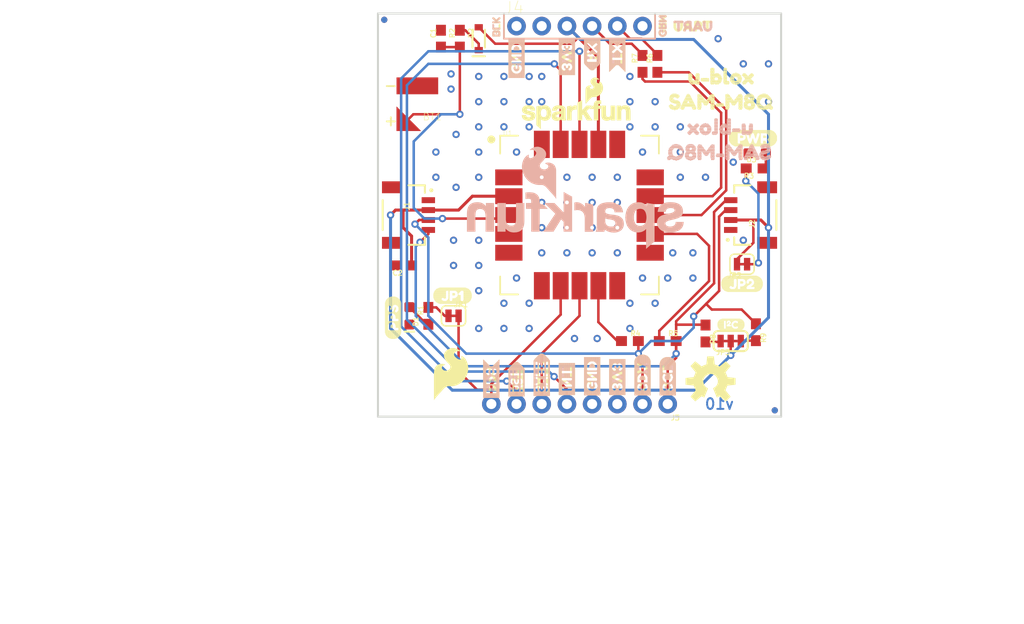
<source format=kicad_pcb>
(kicad_pcb (version 20211014) (generator pcbnew)
  (layers (0 "F.Cu" signal) (31 "B.Cu" signal) (34 "B.Paste" user) (35 "F.Paste" user) (36 "B.SilkS" user "B.Silkscreen") (37 "F.SilkS" user "F.Silkscreen") (38 "B.Mask" user) (39 "F.Mask" user) (44 "Edge.Cuts" user))
  (net 0 "")
  (net 1 "3.3V")
  (net 2 "GND")
  (net 3 "SCL")
  (net 4 "SDA")
  (net 5 "~{RESET}")
  (net 6 "TXLV")
  (net 7 "RXLV")
  (net 8 "BACKUP")
  (net 9 "INT")
  (net 10 "PPS")
  (net 11 "N$5")
  (net 12 "N$8")
  (net 13 "N$2")
  (net 14 "N$4")
  (net 15 "N$6")
  (net 16 "SDA_LV")
  (net 17 "SCL_LV")
  (net 18 "~{SAFE}")
  (net 19 "RXI")
  (net 20 "TXO")
  (net 21 "N$1")
  (net 22 "N$3")
  (footprint "SparkFun_Ublox SAM-M8Q:JST04_1MM_RA" (layer "F.Cu") (at 163.7411 105.0036 90)
    (fp_text reference "J2" (at -1.397 2.159 90) (layer "F.SilkS") (effects (font (size 0.512064 0.512064) (thickness 0.097536)) (justify left)))
    (fp_text value "Qwiic Right Angle" hide)
    (pad "1" smd rect (at -1.5 0 90) (size 0.6 1.35) (layers "F.Cu" "F.Paste" "F.Mask") (net 2 "GND"))
    (pad "2" smd rect (at -0.5 0 90) (size 0.6 1.35) (layers "F.Cu" "F.Paste" "F.Mask") (net 1 "3.3V"))
    (pad "3" smd rect (at 0.5 0 90) (size 0.6 1.35) (layers "F.Cu" "F.Paste" "F.Mask") (net 4 "SDA"))
    (pad "4" smd rect (at 1.5 0 90) (size 0.6 1.35) (layers "F.Cu" "F.Paste" "F.Mask") (net 3 "SCL"))
    (pad "NC1" smd rect (at 2.8 3.675 90) (size 1.2 2) (layers "F.Cu" "F.Paste" "F.Mask"))
    (pad "NC2" smd rect (at -2.8 3.675 90) (size 1.2 2) (layers "F.Cu" "F.Paste" "F.Mask"))
  )
  (footprint "SparkFun_Ublox SAM-M8Q:#RST3" (layer "F.Cu") (at 142.1511 123.9266 90)
    (fp_text reference "U$35" hide)
    (fp_text value "" hide)
  )
  (footprint "SparkFun_Ublox SAM-M8Q:GND-04" (layer "F.Cu") (at 149.7711 123.6726 90)
    (fp_text reference "U$8" hide)
    (fp_text value "" hide)
  )
  (footprint "SparkFun_Ublox SAM-M8Q:U#BLOX3" (layer "F.Cu") (at 158.0261 91.0336)
    (fp_text reference "U$26" hide)
    (fp_text value "" hide)
  )
  (footprint "SparkFun_Ublox SAM-M8Q:I_SUPER2_C-()-03" (layer "F.Cu") (at 162.3441 116.0526)
    (fp_text reference "U$10" hide)
    (fp_text value "" hide)
  )
  (footprint "SparkFun_Ublox SAM-M8Q:0603" (layer "F.Cu") (at 156.3497 89.7636 90)
    (fp_text reference "R6" (at 0 -0.762 90) (layer "F.SilkS") (effects (font (size 0.512064 0.512064) (thickness 0.097536)) (justify left)))
    (fp_text value "470")
    (pad "1" smd rect (at -0.85 0 90) (size 1.1 1) (layers "F.Cu" "F.Paste" "F.Mask") (net 6 "TXLV"))
    (pad "2" smd rect (at 0.85 0 90) (size 1.1 1) (layers "F.Cu" "F.Paste" "F.Mask") (net 20 "TXO"))
  )
  (footprint "SparkFun_Ublox SAM-M8Q:GRN2" (layer "F.Cu") (at 156.8831 87.7316 90)
    (fp_text reference "U$14" hide)
    (fp_text value "" hide)
  )
  (footprint "SparkFun_Ublox SAM-M8Q:LED-0603" (layer "F.Cu") (at 166.4081 98.7806 180)
    (fp_text reference "D3" (at 0 -0.635) (layer "F.SilkS") (effects (font (size 0.512064 0.512064) (thickness 0.097536)) (justify right)))
    (fp_text value "RED")
    (pad "A" smd roundrect (at -0.877 0 90) (size 1 1) (layers "F.Cu" "F.Paste" "F.Mask") (roundrect_rratio 0.15) (net 22 "N$3"))
    (pad "C" smd roundrect (at 0.877 0 90) (size 1 1) (layers "F.Cu" "F.Paste" "F.Mask") (roundrect_rratio 0.15) (net 2 "GND"))
  )
  (footprint "SparkFun_Ublox SAM-M8Q:JP10" (layer "F.Cu") (at 133.6421 113.1316)
    (fp_text reference "U$18" hide)
    (fp_text value "" hide)
  )
  (footprint "SparkFun_Ublox SAM-M8Q:JST04_1MM_RA" (layer "F.Cu") (at 133.2611 105.0036 -90)
    (fp_text reference "J1" (at -1.397 2.159 90) (layer "F.SilkS") (effects (font (size 0.512064 0.512064) (thickness 0.097536)) (justify right)))
    (fp_text value "Qwiic Right Angle" hide)
    (pad "1" smd rect (at -1.5 0 270) (size 0.6 1.35) (layers "F.Cu" "F.Paste" "F.Mask") (net 2 "GND"))
    (pad "2" smd rect (at -0.5 0 270) (size 0.6 1.35) (layers "F.Cu" "F.Paste" "F.Mask") (net 1 "3.3V"))
    (pad "3" smd rect (at 0.5 0 270) (size 0.6 1.35) (layers "F.Cu" "F.Paste" "F.Mask") (net 4 "SDA"))
    (pad "4" smd rect (at 1.5 0 270) (size 0.6 1.35) (layers "F.Cu" "F.Paste" "F.Mask") (net 3 "SCL"))
    (pad "NC1" smd rect (at 2.8 3.675 270) (size 1.2 2) (layers "F.Cu" "F.Paste" "F.Mask"))
    (pad "NC2" smd rect (at -2.8 3.675 270) (size 1.2 2) (layers "F.Cu" "F.Paste" "F.Mask"))
  )
  (footprint "SparkFun_Ublox SAM-M8Q:STAND-OFF" (layer "F.Cu") (at 130.7211 87.2236)
    (fp_text reference "H3" hide)
    (fp_text value "STAND-OFF" hide)
    (pad "" np_thru_hole circle (at 0 0) (size 3.302 3.302) (drill 3.302) (layers *.Cu *.Mask))
  )
  (footprint "SparkFun_Ublox SAM-M8Q:#SAFE1" (layer "F.Cu") (at 144.6911 123.9266 90)
    (fp_text reference "U$39" hide)
    (fp_text value "" hide)
  )
  (footprint "SparkFun_Ublox SAM-M8Q:SAM#M8Q4" (layer "F.Cu") (at 156.1211 93.5736)
    (fp_text reference "U$21" hide)
    (fp_text value "" hide)
  )
  (footprint "SparkFun_Ublox SAM-M8Q:0603" (layer "F.Cu") (at 133.2611 115.1636 90)
    (fp_text reference "R1" (at 0 -0.762 90) (layer "F.SilkS") (effects (font (size 0.512064 0.512064) (thickness 0.097536)) (justify left)))
    (fp_text value "1k")
    (pad "1" smd rect (at -0.85 0 90) (size 1.1 1) (layers "F.Cu" "F.Paste" "F.Mask") (net 13 "N$2"))
    (pad "2" smd rect (at 0.85 0 90) (size 1.1 1) (layers "F.Cu" "F.Paste" "F.Mask") (net 14 "N$4"))
  )
  (footprint "SparkFun_Ublox SAM-M8Q:STAND-OFF" (layer "F.Cu") (at 130.7211 122.7836)
    (fp_text reference "H1" hide)
    (fp_text value "STAND-OFF" hide)
    (pad "" np_thru_hole circle (at 0 0) (size 3.302 3.302) (drill 3.302) (layers *.Cu *.Mask))
  )
  (footprint "SparkFun_Ublox SAM-M8Q:3V3-04" (layer "F.Cu") (at 147.2311 91.4146 90)
    (fp_text reference "U$27" hide)
    (fp_text value "" hide)
  )
  (footprint "SparkFun_Ublox SAM-M8Q:0603" (layer "F.Cu") (at 166.2811 116.8146 -90)
    (fp_text reference "R9" (at 0 -0.762 90) (layer "F.SilkS") (effects (font (size 0.512064 0.512064) (thickness 0.097536)) (justify right)))
    (fp_text value "2.2k")
    (pad "1" smd rect (at -0.85 0 270) (size 1.1 1) (layers "F.Cu" "F.Paste" "F.Mask") (net 4 "SDA"))
    (pad "2" smd rect (at 0.85 0 270) (size 1.1 1) (layers "F.Cu" "F.Paste" "F.Mask") (net 11 "N$5"))
  )
  (footprint "SparkFun_Ublox SAM-M8Q:ML414H_IV01E" (layer "F.Cu") (at 132.7531 93.8276 180)
    (fp_text reference "BT1" (at -1.905003 -1.270004) (layer "F.SilkS") (effects (font (size 0.709422 0.709422) (thickness 0.052578)) (justify right)))
    (fp_text value "6.8MM_COIN_CELL" hide)
    (fp_poly (pts (xy 2.705 -0.219645) (xy 0.219645 -2.705) (xy 2.705 -2.705)) (layer "F.Cu") (width 0) (fill solid))
    (pad "+" smd rect (at 2.022 -2.032 180) (size 1 1) (layers "F.Cu") (net 8 "BACKUP"))
    (pad "-" smd rect (at 0.6 1.85 180) (size 4.2 1.7) (layers "F.Cu") (net 2 "GND"))
  )
  (footprint "SparkFun_Ublox SAM-M8Q:FIDUCIAL-MICRO" (layer "F.Cu") (at 168.1861 124.6886)
    (fp_text reference "FD1" hide)
    (fp_text value "FIDUCIALUFIDUCIAL" hide)
    (pad "1" smd roundrect (at 0 0) (size 0.635 0.635) (layers "F.Cu" "F.Mask") (roundrect_rratio 0.5))
  )
  (footprint "SparkFun_Ublox SAM-M8Q:FIDUCIAL-MICRO" (layer "F.Cu") (at 128.8161 85.3186)
    (fp_text reference "FD3" hide)
    (fp_text value "FIDUCIALUFIDUCIAL" hide)
    (pad "1" smd roundrect (at 0 0) (size 0.635 0.635) (layers "F.Cu" "F.Mask") (roundrect_rratio 0.5))
  )
  (footprint "SparkFun_Ublox SAM-M8Q:1X08_NO_SILK" (layer "F.Cu") (at 157.3911 124.0536 180)
    (fp_text reference "J3" (at -1.27 -1.397) (layer "F.SilkS") (effects (font (size 0.512064 0.512064) (thickness 0.097536)) (justify right)))
    (fp_text value "")
    (pad "1" thru_hole circle (at 0 0 270) (size 1.8796 1.8796) (drill 1.016) (layers *.Cu *.Mask) (net 3 "SCL"))
    (pad "2" thru_hole circle (at 2.54 0 270) (size 1.8796 1.8796) (drill 1.016) (layers *.Cu *.Mask) (net 4 "SDA"))
    (pad "3" thru_hole circle (at 5.08 0 270) (size 1.8796 1.8796) (drill 1.016) (layers *.Cu *.Mask) (net 1 "3.3V"))
    (pad "4" thru_hole circle (at 7.62 0 270) (size 1.8796 1.8796) (drill 1.016) (layers *.Cu *.Mask) (net 2 "GND"))
    (pad "5" thru_hole circle (at 10.16 0 270) (size 1.8796 1.8796) (drill 1.016) (layers *.Cu *.Mask) (net 9 "INT"))
    (pad "6" thru_hole circle (at 12.7 0 270) (size 1.8796 1.8796) (drill 1.016) (layers *.Cu *.Mask) (net 18 "~{SAFE}"))
    (pad "7" thru_hole circle (at 15.24 0 270) (size 1.8796 1.8796) (drill 1.016) (layers *.Cu *.Mask) (net 5 "~{RESET}"))
    (pad "8" thru_hole circle (at 17.78 0 270) (size 1.8796 1.8796) (drill 1.016) (layers *.Cu *.Mask) (net 10 "PPS"))
  )
  (footprint "SparkFun_Ublox SAM-M8Q:STAND-OFF" (layer "F.Cu") (at 166.2811 87.2236)
    (fp_text reference "H4" hide)
    (fp_text value "STAND-OFF" hide)
    (pad "" np_thru_hole circle (at 0 0) (size 3.302 3.302) (drill 3.302) (layers *.Cu *.Mask))
  )
  (footprint "SparkFun_Ublox SAM-M8Q:1X06_NO_SILK" (layer "F.Cu") (at 142.1511 85.9536)
    (fp_text reference "J4" (at -1.3462 -1.8288) (layer "F.SilkS") (effects (font (size 1.221232 1.221232) (thickness 0.048768)) (justify left)))
    (fp_text value "BOOT")
    (pad "1" thru_hole circle (at 0 0 90) (size 1.8796 1.8796) (drill 1.016) (layers *.Cu *.Mask) (net 2 "GND"))
    (pad "2" thru_hole circle (at 2.54 0 90) (size 1.8796 1.8796) (drill 1.016) (layers *.Cu *.Mask) (net 2 "GND"))
    (pad "3" thru_hole circle (at 5.08 0 90) (size 1.8796 1.8796) (drill 1.016) (layers *.Cu *.Mask) (net 1 "3.3V"))
    (pad "4" thru_hole circle (at 7.62 0 90) (size 1.8796 1.8796) (drill 1.016) (layers *.Cu *.Mask) (net 19 "RXI"))
    (pad "5" thru_hole circle (at 10.16 0 90) (size 1.8796 1.8796) (drill 1.016) (layers *.Cu *.Mask) (net 20 "TXO"))
    (pad "6" thru_hole circle (at 12.7 0 90) (size 1.8796 1.8796) (drill 1.016) (layers *.Cu *.Mask))
  )
  (footprint "SparkFun_Ublox SAM-M8Q:JP20" (layer "F.Cu") (at 162.6997 111.9378)
    (fp_text reference "U$31" hide)
    (fp_text value "" hide)
  )
  (footprint "SparkFun_Ublox SAM-M8Q:INT8" (layer "F.Cu") (at 147.2311 123.6726 90)
    (fp_text reference "U$15" hide)
    (fp_text value "" hide)
  )
  (footprint "SparkFun_Ublox SAM-M8Q:CREATIVE_COMMONS" (layer "F.Cu") (at 110.4011 143.1036)
    (fp_text reference "FRAME1" hide)
    (fp_text value "FRAME-LETTER" hide)
  )
  (footprint "SparkFun_Ublox SAM-M8Q:SDA-[)" (layer "F.Cu") (at 154.8511 123.6726 90)
    (fp_text reference "U$1" hide)
    (fp_text value "" hide)
  )
  (footprint "SparkFun_Ublox SAM-M8Q:STAND-OFF" (layer "F.Cu") (at 166.2811 122.7836)
    (fp_text reference "H2" hide)
    (fp_text value "STAND-OFF" hide)
    (pad "" np_thru_hole circle (at 0 0) (size 3.302 3.302) (drill 3.302) (layers *.Cu *.Mask))
  )
  (footprint "SparkFun_Ublox SAM-M8Q:TX7" (layer "F.Cu") (at 152.3111 90.6526 90)
    (fp_text reference "U$23" hide)
    (fp_text value "" hide)
  )
  (footprint "SparkFun_Ublox SAM-M8Q:0603" (layer "F.Cu") (at 166.1541 100.3046 180)
    (fp_text reference "R3" (at 0 -0.762) (layer "F.SilkS") (effects (font (size 0.512064 0.512064) (thickness 0.097536)) (justify right)))
    (fp_text value "1k")
    (pad "1" smd rect (at -0.85 0 180) (size 1.1 1) (layers "F.Cu" "F.Paste" "F.Mask") (net 22 "N$3"))
    (pad "2" smd rect (at 0.85 0 180) (size 1.1 1) (layers "F.Cu" "F.Paste" "F.Mask") (net 21 "N$1"))
  )
  (footprint "SparkFun_Ublox SAM-M8Q:0603" (layer "F.Cu") (at 161.2011 116.9416 -90)
    (fp_text reference "R8" (at 0 -0.762 90) (layer "F.SilkS") (effects (font (size 0.512064 0.512064) (thickness 0.097536)) (justify right)))
    (fp_text value "2.2k")
    (pad "1" smd rect (at -0.85 0 270) (size 1.1 1) (layers "F.Cu" "F.Paste" "F.Mask") (net 3 "SCL"))
    (pad "2" smd rect (at 0.85 0 270) (size 1.1 1) (layers "F.Cu" "F.Paste" "F.Mask") (net 12 "N$8"))
  )
  (footprint "SparkFun_Ublox SAM-M8Q:0603" (layer "F.Cu") (at 154.8511 89.7636 90)
    (fp_text reference "R7" (at 0 -0.762 90) (layer "F.SilkS") (effects (font (size 0.512064 0.512064) (thickness 0.097536)) (justify left)))
    (fp_text value "470")
    (pad "1" smd rect (at -0.85 0 90) (size 1.1 1) (layers "F.Cu" "F.Paste" "F.Mask") (net 7 "RXLV"))
    (pad "2" smd rect (at 0.85 0 90) (size 1.1 1) (layers "F.Cu" "F.Paste" "F.Mask") (net 19 "RXI"))
  )
  (footprint "SparkFun_Ublox SAM-M8Q:UART0" (layer "F.Cu") (at 157.0101 85.9536)
    (fp_text reference "U$45" hide)
    (fp_text value "" hide)
  )
  (footprint "SparkFun_Ublox SAM-M8Q:GND-04" (layer "F.Cu") (at 142.1511 91.6686 90)
    (fp_text reference "U$33" hide)
    (fp_text value "" hide)
  )
  (footprint "SparkFun_Ublox SAM-M8Q:0603" (layer "F.Cu") (at 153.5811 117.7036)
    (fp_text reference "R4" (at 0 -0.762) (layer "F.SilkS") (effects (font (size 0.512064 0.512064) (thickness 0.097536)) (justify left)))
    (fp_text value "22")
    (pad "1" smd rect (at -0.85 0) (size 1.1 1) (layers "F.Cu" "F.Paste" "F.Mask") (net 16 "SDA_LV"))
    (pad "2" smd rect (at 0.85 0) (size 1.1 1) (layers "F.Cu" "F.Paste" "F.Mask") (net 4 "SDA"))
  )
  (footprint "SparkFun_Ublox SAM-M8Q:SAM-M8Q" (layer "F.Cu") (at 148.5011 105.0036)
    (fp_text reference "U1" (at -7.75 -8.25) (layer "F.SilkS") (effects (font (size 0.470611 0.470611) (thickness 0.037389)) (justify left)))
    (fp_text value "UBLOX_SAM_M8Q-0-10")
    (pad "1" smd rect (at -7.125 -3.8 180) (size 2.75 1.6) (layers "F.Cu" "F.Paste" "F.Mask") (net 2 "GND"))
    (pad "2" smd rect (at -7.125 -1.9 180) (size 2.75 1.6) (layers "F.Cu" "F.Paste" "F.Mask") (net 1 "3.3V"))
    (pad "3" smd rect (at -7.125 0 180) (size 2.75 1.6) (layers "F.Cu" "F.Paste" "F.Mask") (net 8 "BACKUP"))
    (pad "4" smd rect (at -7.125 1.9 180) (size 2.75 1.6) (layers "F.Cu" "F.Paste" "F.Mask") (net 2 "GND"))
    (pad "5" smd rect (at -7.125 3.8 180) (size 2.75 1.6) (layers "F.Cu" "F.Paste" "F.Mask") (net 2 "GND"))
    (pad "6" smd rect (at -3.8 7.125 90) (size 2.75 1.6) (layers "F.Cu" "F.Paste" "F.Mask") (net 2 "GND"))
    (pad "7" smd rect (at -1.9 7.125 90) (size 2.75 1.6) (layers "F.Cu" "F.Paste" "F.Mask") (net 10 "PPS"))
    (pad "8" smd rect (at 0 7.125 90) (size 2.75 1.6) (layers "F.Cu" "F.Paste" "F.Mask") (net 18 "~{SAFE}"))
    (pad "9" smd rect (at 1.9 7.125 90) (size 2.75 1.6) (layers "F.Cu" "F.Paste" "F.Mask") (net 16 "SDA_LV"))
    (pad "10" smd rect (at 3.8 7.125 90) (size 2.75 1.6) (layers "F.Cu" "F.Paste" "F.Mask") (net 2 "GND"))
    (pad "11" smd rect (at 7.125 3.8) (size 2.75 1.6) (layers "F.Cu" "F.Paste" "F.Mask") (net 2 "GND"))
    (pad "12" smd rect (at 7.125 1.9) (size 2.75 1.6) (layers "F.Cu" "F.Paste" "F.Mask") (net 17 "SCL_LV"))
    (pad "13" smd rect (at 7.125 0) (size 2.75 1.6) (layers "F.Cu" "F.Paste" "F.Mask") (net 6 "TXLV"))
    (pad "14" smd rect (at 7.125 -1.9) (size 2.75 1.6) (layers "F.Cu" "F.Paste" "F.Mask") (net 7 "RXLV"))
    (pad "15" smd rect (at 7.125 -3.8) (size 2.75 1.6) (layers "F.Cu" "F.Paste" "F.Mask") (net 2 "GND"))
    (pad "16" smd rect (at 3.8 -7.125 270) (size 2.75 1.6) (layers "F.Cu" "F.Paste" "F.Mask") (net 2 "GND"))
    (pad "17" smd rect (at 1.9 -7.125 270) (size 2.75 1.6) (layers "F.Cu" "F.Paste" "F.Mask") (net 1 "3.3V"))
    (pad "18" smd rect (at 0 -7.125 270) (size 2.75 1.6) (layers "F.Cu" "F.Paste" "F.Mask") (net 5 "~{RESET}"))
    (pad "19" smd rect (at -1.9 -7.125 270) (size 2.75 1.6) (layers "F.Cu" "F.Paste" "F.Mask") (net 9 "INT"))
    (pad "20" smd rect (at -3.8 -7.125 270) (size 2.75 1.6) (layers "F.Cu" "F.Paste" "F.Mask") (net 2 "GND"))
  )
  (footprint "SparkFun_Ublox SAM-M8Q:SFE_LOGO_NAME_FLAME_.1" (layer "F.Cu") (at 148.2471 94.8436)
    (fp_text reference "U$28" hide)
    (fp_text value "" hide)
  )
  (footprint "SparkFun_Ublox SAM-M8Q:SMT-JUMPER_2_NC_TRACE_SILK" (layer "F.Cu") (at 135.8011 115.1636)
    (fp_text reference "JP1" (at 0 -1.143) (layer "F.SilkS") (effects (font (size 0.512064 0.512064) (thickness 0.097536)) (justify left)))
    (fp_text value "")
    (fp_poly (pts (xy -0.2032 0.127) (xy 0.2032 0.127) (xy 0.2032 -0.127) (xy -0.2032 -0.127)) (layer "F.Cu") (width 0) (fill solid))
    (pad "1" smd rect (at -0.508 0) (size 0.635 1.27) (layers "F.Cu" "F.Mask") (net 14 "N$4"))
    (pad "2" smd rect (at 0.508 0) (size 0.635 1.27) (layers "F.Cu" "F.Mask") (net 10 "PPS"))
  )
  (footprint "SparkFun_Ublox SAM-M8Q:PWR0" (layer "F.Cu") (at 163.4871 97.2566)
    (fp_text reference "U$30" hide)
    (fp_text value "" hide)
  )
  (footprint "SparkFun_Ublox SAM-M8Q:SCL-[)" (layer "F.Cu") (at 157.3911 123.6726 90)
    (fp_text reference "U$3" hide)
    (fp_text value "" hide)
  )
  (footprint "SparkFun_Ublox SAM-M8Q:0603" (layer "F.Cu") (at 136.4361 87.2236 90)
    (fp_text reference "R2" (at 0 -0.762 90) (layer "F.SilkS") (effects (font (size 0.512064 0.512064) (thickness 0.097536)) (justify left)))
    (fp_text value "3.3k")
    (pad "1" smd rect (at -0.85 0 90) (size 1.1 1) (layers "F.Cu" "F.Paste" "F.Mask") (net 8 "BACKUP"))
    (pad "2" smd rect (at 0.85 0 90) (size 1.1 1) (layers "F.Cu" "F.Paste" "F.Mask") (net 15 "N$6"))
  )
  (footprint "SparkFun_Ublox SAM-M8Q:0603" (layer "F.Cu") (at 134.5311 87.2236 90)
    (fp_text reference "C1" (at 0 -0.762 90) (layer "F.SilkS") (effects (font (size 0.512064 0.512064) (thickness 0.097536)) (justify left)))
    (fp_text value "1.0uF")
    (pad "1" smd rect (at -0.85 0 90) (size 1.1 1) (layers "F.Cu" "F.Paste" "F.Mask") (net 8 "BACKUP"))
    (pad "2" smd rect (at 0.85 0 90) (size 1.1 1) (layers "F.Cu" "F.Paste" "F.Mask") (net 2 "GND"))
  )
  (footprint "SparkFun_Ublox SAM-M8Q:BLK1" (layer "F.Cu") (at 140.1191 87.7316 90)
    (fp_text reference "U$12" hide)
    (fp_text value "" hide)
  )
  (footprint "SparkFun_Ublox SAM-M8Q:3V3-04" (layer "F.Cu") (at 152.3111 123.6726 90)
    (fp_text reference "U$6" hide)
    (fp_text value "" hide)
  )
  (footprint "SparkFun_Ublox SAM-M8Q:SMT-JUMPER_2_NC_TRACE_SILK" (layer "F.Cu") (at 164.8841 109.9566 180)
    (fp_text reference "JP2" (at 0 -1.143) (layer "F.SilkS") (effects (font (size 0.512064 0.512064) (thickness 0.097536)) (justify right)))
    (fp_text value "JUMPER-SMT_2_NC_TRACE_SILK")
    (fp_poly (pts (xy -0.2032 0.127) (xy 0.2032 0.127) (xy 0.2032 -0.127) (xy -0.2032 -0.127)) (layer "F.Cu") (width 0) (fill solid))
    (pad "1" smd rect (at -0.508 0 180) (size 0.635 1.27) (layers "F.Cu" "F.Mask") (net 21 "N$1"))
    (pad "2" smd rect (at 0.508 0 180) (size 0.635 1.27) (layers "F.Cu" "F.Mask") (net 1 "3.3V"))
  )
  (footprint "SparkFun_Ublox SAM-M8Q:PPS5" (layer "F.Cu") (at 139.6111 123.9266 90)
    (fp_text reference "U$43" hide)
    (fp_text value "" hide)
  )
  (footprint "SparkFun_Ublox SAM-M8Q:0603" (layer "F.Cu") (at 157.3911 117.7036)
    (fp_text reference "R5" (at 0 -0.762) (layer "F.SilkS") (effects (font (size 0.512064 0.512064) (thickness 0.097536)) (justify left)))
    (fp_text value "22")
    (pad "1" smd rect (at -0.85 0) (size 1.1 1) (layers "F.Cu" "F.Paste" "F.Mask") (net 17 "SCL_LV"))
    (pad "2" smd rect (at 0.85 0) (size 1.1 1) (layers "F.Cu" "F.Paste" "F.Mask") (net 3 "SCL"))
  )
  (footprint "SparkFun_Ublox SAM-M8Q:0603" (layer "F.Cu") (at 130.7211 110.0836 180)
    (fp_text reference "C2" (at 0 -0.762) (layer "F.SilkS") (effects (font (size 0.512064 0.512064) (thickness 0.097536)) (justify right)))
    (fp_text value "1.0uF")
    (pad "1" smd rect (at -0.85 0 180) (size 1.1 1) (layers "F.Cu" "F.Paste" "F.Mask") (net 1 "3.3V"))
    (pad "2" smd rect (at 0.85 0 180) (size 1.1 1) (layers "F.Cu" "F.Paste" "F.Mask") (net 2 "GND"))
  )
  (footprint "SparkFun_Ublox SAM-M8Q:SOD-323" (layer "F.Cu") (at 138.3411 87.2236 90)
    (fp_text reference "D2" (at 0 -0.762 90) (layer "F.SilkS") (effects (font (size 0.512064 0.512064) (thickness 0.097536)) (justify left)))
    (fp_text value "0.5A/40V/420mV")
    (pad "A" smd rect (at 1.15 0 90) (size 0.63 0.83) (layers "F.Cu" "F.Paste" "F.Mask") (net 1 "3.3V"))
    (pad "C" smd rect (at -1.15 0 90) (size 0.63 0.83) (layers "F.Cu" "F.Paste" "F.Mask") (net 15 "N$6"))
  )
  (footprint "SparkFun_Ublox SAM-M8Q:PPS0" (layer "F.Cu") (at 129.7051 117.5766 90)
    (fp_text reference "U$29" hide)
    (fp_text value "" hide)
  )
  (footprint "SparkFun_Ublox SAM-M8Q:OSHW-LOGO-M" (layer "F.Cu") (at 161.7091 121.7676)
    (fp_text reference "LOGO2" hide)
    (fp_text value "OSHW-LOGOM" hide)
  )
  (footprint "SparkFun_Ublox SAM-M8Q:LED-0603" (layer "F.Cu") (at 131.3561 115.1636 -90)
    (fp_text reference "D1" (at 0 -0.635 90) (layer "F.SilkS") (effects (font (size 0.512064 0.512064) (thickness 0.097536)) (justify right)))
    (fp_text value "Yellow" hide)
    (pad "A" smd roundrect (at -0.877 0 180) (size 1 1) (layers "F.Cu" "F.Paste" "F.Mask") (roundrect_rratio 0.15) (net 13 "N$2"))
    (pad "C" smd roundrect (at 0.877 0 180) (size 1 1) (layers "F.Cu" "F.Paste" "F.Mask") (roundrect_rratio 0.15) (net 2 "GND"))
  )
  (footprint "SparkFun_Ublox SAM-M8Q:SMT-JUMPER_3_2-NC_TRACE_SILK" (layer "F.Cu") (at 163.7411 117.7036 180)
    (fp_text reference "JP3" (at 0 -1.143) (layer "F.SilkS") (effects (font (size 0.512064 0.512064) (thickness 0.097536)) (justify right)))
    (fp_text value "JUMPER-SMT_3_2-NC_TRACE_SILK")
    (fp_poly (pts (xy -0.7112 0.127) (xy -0.3048 0.127) (xy -0.3048 -0.127) (xy -0.7112 -0.127)) (layer "F.Cu") (width 0) (fill solid))
    (fp_poly (pts (xy 0.3048 0.127) (xy 0.7112 0.127) (xy 0.7112 -0.127) (xy 0.3048 -0.127)) (layer "F.Cu") (width 0) (fill solid))
    (pad "1" smd rect (at -1.016 0 180) (size 0.635 1.27) (layers "F.Cu" "F.Mask") (net 11 "N$5"))
    (pad "2" smd rect (at 0 0 180) (size 0.635 1.27) (layers "F.Cu" "F.Mask") (net 1 "3.3V"))
    (pad "3" smd rect (at 1.016 0 180) (size 0.635 1.27) (layers "F.Cu" "F.Mask") (net 12 "N$8"))
  )
  (footprint "SparkFun_Ublox SAM-M8Q:RX6" (layer "F.Cu") (at 149.7711 90.5256 90)
    (fp_text reference "U$19" hide)
    (fp_text value "" hide)
  )
  (footprint "SparkFun_Ublox SAM-M8Q:SFE_LOGO_FLAME_.2" (layer "F.Cu") (at 135.5471 121.0056)
    (fp_text reference "U$2" hide)
    (fp_text value "" hide)
  )
  (footprint "SparkFun_Ublox SAM-M8Q:U#BLOX3" (layer "B.Cu") (at 167.4241 96.1136 180)
    (fp_text reference "U$22" hide)
    (fp_text value "" hide)
  )
  (footprint "SparkFun_Ublox SAM-M8Q:INT8" (layer "B.Cu") (at 147.2311 123.6726 90)
    (fp_text reference "U$16" hide)
    (fp_text value "" hide)
  )
  (footprint "SparkFun_Ublox SAM-M8Q:RX6" (layer "B.Cu") (at 149.7711 90.5256 90)
    (fp_text reference "U$20" hide)
    (fp_text value "" hide)
  )
  (footprint "SparkFun_Ublox SAM-M8Q:GND-04" (layer "B.Cu") (at 142.1511 91.6686 90)
    (fp_text reference "U$34" hide)
    (fp_text value "" hide)
  )
  (footprint "SparkFun_Ublox SAM-M8Q:SFE_LOGO_NAME_FLAME_.2" (layer "B.Cu") (at 147.9931 105.5116 180)
    (fp_text reference "LOGO1" hide)
    (fp_text value "SFE_LOGO_NAME_FLAME.2_INCH" hide)
  )
  (footprint "SparkFun_Ublox SAM-M8Q:PPS5" (layer "B.Cu") (at 139.6111 123.9266 90)
    (fp_text reference "U$44" hide)
    (fp_text value "" hide)
  )
  (footprint "SparkFun_Ublox SAM-M8Q:BLK1" (layer "B.Cu") (at 140.1191 87.7316 90)
    (fp_text reference "U$13" hide)
    (fp_text value "" hide)
  )
  (footprint "SparkFun_Ublox SAM-M8Q:GRN2" (layer "B.Cu") (at 156.8831 87.7316 90)
    (fp_text reference "U$17" hide)
    (fp_text value "" hide)
  )
  (footprint "SparkFun_Ublox SAM-M8Q:GND-04" (layer "B.Cu") (at 149.7711 123.6726 90)
    (fp_text reference "U$9" hide)
    (fp_text value "" hide)
  )
  (footprint "SparkFun_Ublox SAM-M8Q:SDA-[)" (layer "B.Cu") (at 154.8511 123.6726 90)
    (fp_text reference "U$4" hide)
    (fp_text value "" hide)
  )
  (footprint "SparkFun_Ublox SAM-M8Q:#SAFE1" (layer "B.Cu") (at 144.6911 123.9266 90)
    (fp_text reference "U$40" hide)
    (fp_text value "" hide)
  )
  (footprint "SparkFun_Ublox SAM-M8Q:FIDUCIAL-MICRO" (layer "B.Cu") (at 168.1861 124.6886 180)
    (fp_text reference "FD2" hide)
    (fp_text value "FIDUCIALUFIDUCIAL" hide)
    (pad "1" smd roundrect (at 0 0 180) (size 0.635 0.635) (layers "B.Cu" "B.Mask") (roundrect_rratio 0.5))
  )
  (footprint "SparkFun_Ublox SAM-M8Q:3V3-04" (layer "B.Cu") (at 147.2311 91.4146 90)
    (fp_text reference "U$32" hide)
    (fp_text value "" hide)
  )
  (footprint "SparkFun_Ublox SAM-M8Q:SAM#M8Q4" (layer "B.Cu") (at 169.2021 98.6536 180)
    (fp_text reference "U$25" hide)
    (fp_text value "" hide)
  )
  (footprint "SparkFun_Ublox SAM-M8Q:SCL-[)" (layer "B.Cu") (at 157.3911 123.6726 90)
    (fp_text reference "U$5" hide)
    (fp_text value "" hide)
  )
  (footprint "SparkFun_Ublox SAM-M8Q:#RST3" (layer "B.Cu") (at 142.1511 123.9266 90)
    (fp_text reference "U$36" hide)
    (fp_text value "" hide)
  )
  (footprint "SparkFun_Ublox SAM-M8Q:UART0" (layer "B.Cu") (at 162.8521 85.9536 180)
    (fp_text reference "U$11" hide)
    (fp_text value "" hide)
  )
  (footprint "SparkFun_Ublox SAM-M8Q:FIDUCIAL-MICRO" (layer "B.Cu") (at 128.8161 85.3186 180)
    (fp_text reference "FD4" hide)
    (fp_text value "FIDUCIALUFIDUCIAL" hide)
    (pad "1" smd roundrect (at 0 0 180) (size 0.635 0.635) (layers "B.Cu" "B.Mask") (roundrect_rratio 0.5))
  )
  (footprint "SparkFun_Ublox SAM-M8Q:3V3-04" (layer "B.Cu") (at 152.3111 123.6726 90)
    (fp_text reference "U$7" hide)
    (fp_text value "" hide)
  )
  (footprint "SparkFun_Ublox SAM-M8Q:TX7" (layer "B.Cu") (at 152.3111 90.6526 90)
    (fp_text reference "U$24" hide)
    (fp_text value "" hide)
  )
  (gr_line (start 156.1211 87.2236) (end 140.8811 87.2236) (layer "B.SilkS") (width 0.1778))
  (gr_line (start 140.8811 84.6836) (end 140.8811 87.2236) (layer "B.SilkS") (width 0.1778))
  (gr_line (start 156.1211 87.2236) (end 156.1211 84.6836) (layer "B.SilkS") (width 0.1778))
  (gr_line (start 140.8811 84.6836) (end 140.8811 87.2236) (layer "F.SilkS") (width 0.1778))
  (gr_line (start 140.8811 87.2236) (end 156.1211 87.2236) (layer "F.SilkS") (width 0.1778))
  (gr_line (start 156.1211 87.2236) (end 156.1211 84.6836) (layer "F.SilkS") (width 0.1778))
  (gr_line (start 128.1811 125.3236) (end 128.1811 84.6836) (layer "Edge.Cuts") (width 0.2032))
  (gr_line (start 128.1811 84.6836) (end 168.8211 84.6836) (layer "Edge.Cuts") (width 0.2032))
  (gr_line (start 168.8211 125.3236) (end 128.1811 125.3236) (layer "Edge.Cuts") (width 0.2032))
  (gr_line (start 168.8211 84.6836) (end 168.8211 125.3236) (layer "Edge.Cuts") (width 0.2032))
  (gr_text "v10" (at 162.5981 124.0536) (layer "B.Cu") (effects (font (size 1.0795 1.0795) (thickness 0.1905)) (justify mirror)))
  (gr_text "+" (at 128.6891 96.1136) (layer "F.SilkS") (effects (font (size 1.0795 1.0795) (thickness 0.1905)) (justify left bottom)))
  (gr_text "-" (at 128.6891 92.5576) (layer "F.SilkS") (effects (font (size 1.0795 1.0795) (thickness 0.1905)) (justify left bottom)))
  (segment (start 131.5711 107.1236) (end 130.7211 106.2736) (width 0.3048) (layer "F.Cu") (net 1))
  (segment (start 147.7391 87.7316) (end 148.3741 87.0966) (width 0.254) (layer "F.Cu") (net 1))
  (segment (start 166.0271 107.7976) (end 166.0271 105.5036) (width 0.254) (layer "F.Cu") (net 1))
  (segment (start 164.3761 109.9566) (end 164.3761 109.4486) (width 0.254) (layer "F.Cu") (net 1))
  (segment (start 164.3761 109.4486) (end 166.0271 107.7976) (width 0.254) (layer "F.Cu") (net 1))
  (segment (start 166.0271 105.5036) (end 163.7411 105.5036) (width 0.3048) (layer "F.Cu") (net 1))
  (segment (start 130.7211 106.2736) (end 130.7211 104.5036) (width 0.3048) (layer "F.Cu") (net 1))
  (segment (start 136.3011 104.5036) (end 133.2611 104.5036) (width 0.3048) (layer "F.Cu") (net 1))
  (segment (start 137.7011 103.1036) (end 136.3011 104.5036) (width 0.3048) (layer "F.Cu") (net 1))
  (segment (start 150.4011 89.1236) (end 148.3741 87.0966) (width 0.3048) (layer "F.Cu") (net 1))
  (segment (start 131.5711 110.0836) (end 131.5711 107.1236) (width 0.3048) (layer "F.Cu") (net 1))
  (segment (start 139.9991 87.7316) (end 147.7391 87.7316) (width 0.254) (layer "F.Cu") (net 1))
  (segment (start 148.3741 87.0966) (end 147.2311 85.9536) (width 0.3048) (layer "F.Cu") (net 1))
  (segment (start 166.7811 105.5036) (end 166.0271 105.5036) (width 0.3048) (layer "F.Cu") (net 1))
  (segment (start 133.2611 104.5036) (end 130.7211 104.5036) (width 0.3048) (layer "F.Cu") (net 1))
  (segment (start 150.4011 97.8786) (end 150.4011 89.1236) (width 0.3048) (layer "F.Cu") (net 1))
  (segment (start 130.7211 104.5036) (end 129.9511 104.5036) (width 0.3048) (layer "F.Cu") (net 1))
  (segment (start 141.3761 103.1036) (end 137.7011 103.1036) (width 0.3048) (layer "F.Cu") (net 1))
  (segment (start 129.9511 104.5036) (end 129.4511 105.0036) (width 0.3048) (layer "F.Cu") (net 1))
  (segment (start 163.7411 119.1514) (end 163.7411 117.7036) (width 0.254) (layer "F.Cu") (net 1))
  (segment (start 167.5511 106.2736) (end 166.7811 105.5036) (width 0.3048) (layer "F.Cu") (net 1))
  (segment (start 138.3411 86.0736) (end 139.9991 87.7316) (width 0.254) (layer "F.Cu") (net 1))
  (via (at 163.7411 119.1514) (size 0.7366) (drill 0.381) (layers "F.Cu" "B.Cu") (net 1))
  (via (at 167.5511 106.2736) (size 0.7366) (drill 0.381) (layers "F.Cu" "B.Cu") (net 1))
  (via (at 129.4511 105.0036) (size 0.7366) (drill 0.381) (layers "F.Cu" "B.Cu") (net 1))
  (segment (start 148.5773 87.2998) (end 147.2311 85.9536) (width 0.3048) (layer "B.Cu") (net 1))
  (segment (start 160.2359 122.6566) (end 163.7411 119.1514) (width 0.3048) (layer "B.Cu") (net 1))
  (segment (start 152.3111 122.6566) (end 135.6741 122.6566) (width 0.3048) (layer "B.Cu") (net 1))
  (segment (start 163.7411 119.1514) (end 167.5511 115.3414) (width 0.3048) (layer "B.Cu") (net 1))
  (segment (start 152.3111 124.0536) (end 152.3111 122.6566) (width 0.3048) (layer "B.Cu") (net 1))
  (segment (start 160.0073 87.2998) (end 148.5773 87.2998) (width 0.3048) (layer "B.Cu") (net 1))
  (segment (start 129.4511 116.4336) (end 129.4511 105.0036) (width 0.3048) (layer "B.Cu") (net 1))
  (segment (start 167.5511 106.2736) (end 167.5511 94.8436) (width 0.3048) (layer "B.Cu") (net 1))
  (segment (start 167.5511 115.3414) (end 167.5511 106.2736) (width 0.3048) (layer "B.Cu") (net 1))
  (segment (start 167.5511 94.8436) (end 160.0073 87.2998) (width 0.3048) (layer "B.Cu") (net 1))
  (segment (start 135.6741 122.6566) (end 129.4511 116.4336) (width 0.3048) (layer "B.Cu") (net 1))
  (segment (start 160.2359 122.6566) (end 152.3111 122.6566) (width 0.3048) (layer "B.Cu") (net 1))
  (via (at 162.4711 87.2236) (size 0.7366) (drill 0.381) (layers "F.Cu" "B.Cu") (net 2))
  (via (at 142.1511 98.6536) (size 0.7366) (drill 0.381) (layers "F.Cu" "B.Cu") (net 2))
  (via (at 138.3411 116.4336) (size 0.7366) (drill 0.381) (layers "F.Cu" "B.Cu") (net 2))
  (via (at 149.7711 101.1936) (size 0.7366) (drill 0.381) (layers "F.Cu" "B.Cu") (net 2))
  (via (at 153.5811 116.4336) (size 0.7366) (drill 0.381) (layers "F.Cu" "B.Cu") (net 2))
  (via (at 167.5511 89.7636) (size 0.7366) (drill 0.381) (layers "F.Cu" "B.Cu") (net 2))
  (via (at 157.8991 108.8136) (size 0.7366) (drill 0.381) (layers "F.Cu" "B.Cu") (net 2))
  (via (at 163.9951 99.6696) (size 0.7366) (drill 0.381) (layers "F.Cu" "B.Cu") (net 2))
  (via (at 158.6611 96.1136) (size 0.7366) (drill 0.381) (layers "F.Cu" "B.Cu") (net 2))
  (via (at 158.6611 98.6536) (size 0.7366) (drill 0.381) (layers "F.Cu" "B.Cu") (net 2))
  (via (at 152.3111 103.7336) (size 0.7366) (drill 0.381) (layers "F.Cu" "B.Cu") (net 2))
  (via (at 156.1211 96.1136) (size 0.7366) (drill 0.381) (layers "F.Cu" "B.Cu") (net 2))
  (via (at 135.5471 92.3036) (size 0.7366) (drill 0.381) (layers "F.Cu" "B.Cu") (net 2))
  (via (at 147.2311 103.7336) (size 0.7366) (drill 0.381) (layers "F.Cu" "B.Cu") (net 2))
  (via (at 142.1511 111.3536) (size 0.7366) (drill 0.381) (layers "F.Cu" "B.Cu") (net 2))
  (via (at 153.5811 93.5736) (size 0.7366) (drill 0.381) (layers "F.Cu" "B.Cu") (net 2))
  (via (at 140.8811 113.8936) (size 0.7366) (drill 0.381) (layers "F.Cu" "B.Cu") (net 2))
  (via (at 138.3411 112.6236) (size 0.7366) (drill 0.381) (layers "F.Cu" "B.Cu") (net 2))
  (via (at 152.3111 106.2736) (size 0.7366) (drill 0.381) (layers "F.Cu" "B.Cu") (net 2))
  (via (at 150.2791 117.4496) (size 0.7366) (drill 0.381) (layers "F.Cu" "B.Cu") (net 2))
  (via (at 144.6911 91.0336) (size 0.7366) (drill 0.381) (layers "F.Cu" "B.Cu") (net 2))
  (via (at 152.3111 101.1936) (size 0.7366) (drill 0.381) (layers "F.Cu" "B.Cu") (net 2))
  (via (at 158.6611 101.1936) (size 0.7366) (drill 0.381) (layers "F.Cu" "B.Cu") (net 2))
  (via (at 153.5811 91.0336) (size 0.7366) (drill 0.381) (layers "F.Cu" "B.Cu") (net 2))
  (via (at 135.8011 107.5436) (size 0.7366) (drill 0.381) (layers "F.Cu" "B.Cu") (net 2))
  (via (at 165.0111 89.7636) (size 0.7366) (drill 0.381) (layers "F.Cu" "B.Cu") (net 2))
  (via (at 135.5471 90.7796) (size 0.7366) (drill 0.381) (layers "F.Cu" "B.Cu") (net 2))
  (via (at 167.5511 93.5736) (size 0.7366) (drill 0.381) (layers "F.Cu" "B.Cu") (net 2))
  (via (at 161.2011 101.1936) (size 0.7366) (drill 0.381) (layers "F.Cu" "B.Cu") (net 2))
  (via (at 144.6911 101.1936) (size 0.7366) (drill 0.381) (layers "F.Cu" "B.Cu") (net 2))
  (via (at 134.0231 101.1936) (size 0.7366) (drill 0.381) (layers "F.Cu" "B.Cu") (net 2))
  (via (at 140.8811 116.4336) (size 0.7366) (drill 0.381) (layers "F.Cu" "B.Cu") (net 2))
  (via (at 138.3411 96.1136) (size 0.7366) (drill 0.381) (layers "F.Cu" "B.Cu") (net 2))
  (via (at 138.3411 107.5436) (size 0.7366) (drill 0.381) (layers "F.Cu" "B.Cu") (net 2))
  (via (at 140.8811 93.5736) (size 0.7366) (drill 0.381) (layers "F.Cu" "B.Cu") (net 2))
  (via (at 147.2311 108.8136) (size 0.7366) (drill 0.381) (layers "F.Cu" "B.Cu") (net 2))
  (via (at 138.3411 101.1936) (size 0.7366) (drill 0.381) (layers "F.Cu" "B.Cu") (net 2))
  (via (at 144.6911 103.7336) (size 0.7366) (drill 0.381) (layers "F.Cu" "B.Cu") (net 2))
  (via (at 143.4211 113.8936) (size 0.7366) (drill 0.381) (layers "F.Cu" "B.Cu") (net 2))
  (via (at 147.2311 106.2736) (size 0.7366) (drill 0.381) (layers "F.Cu" "B.Cu") (net 2))
  (via (at 159.9311 108.8136) (size 0.7366) (drill 0.381) (layers "F.Cu" "B.Cu") (net 2))
  (via (at 154.8511 98.6536) (size 0.7366) (drill 0.381) (layers "F.Cu" "B.Cu") (net 2))
  (via (at 152.3111 108.8136) (size 0.7366) (drill 0.381) (layers "F.Cu" "B.Cu") (net 2))
  (via (at 147.9931 117.4496) (size 0.7366) (drill 0.381) (layers "F.Cu" "B.Cu") (net 2))
  (via (at 144.6911 106.2736) (size 0.7366) (drill 0.381) (layers "F.Cu" "B.Cu") (net 2))
  (via (at 140.8811 96.1136) (size 0.7366) (drill 0.381) (layers "F.Cu" "B.Cu") (net 2))
  (via (at 156.1211 93.5736) (size 0.7366) (drill 0.381) (layers "F.Cu" "B.Cu") (net 2))
  (via (at 138.3411 110.0836) (size 0.7366) (drill 0.381) (layers "F.Cu" "B.Cu") (net 2))
  (via (at 140.8811 91.0336) (size 0.7366) (drill 0.381) (layers "F.Cu" "B.Cu") (net 2))
  (via (at 144.6911 108.8136) (size 0.7366) (drill 0.381) (layers "F.Cu" "B.Cu") (net 2))
  (via (at 165.0111 107.5436) (size 0.7366) (drill 0.381) (layers "F.Cu" "B.Cu") (net 2))
  (via (at 143.4211 96.1136) (size 0.7366) (drill 0.381) (layers "F.Cu" "B.Cu") (net 2))
  (via (at 136.0551 96.8756) (size 0.7366) (drill 0.381) (layers "F.Cu" "B.Cu") (net 2))
  (via (at 136.0551 102.2096) (size 0.7366) (drill 0.381) (layers "F.Cu" "B.Cu") (net 2))
  (via (at 138.3411 91.0336) (size 0.7366) (drill 0.381) (layers "F.Cu" "B.Cu") (net 2))
  (via (at 135.8011 110.0836) (size 0.7366) (drill 0.381) (layers "F.Cu" "B.Cu") (net 2))
  (via (at 134.0231 98.6536) (size 0.7366) (drill 0.381) (layers "F.Cu" "B.Cu") (net 2))
  (via (at 149.7711 103.7336) (size 0.7366) (drill 0.381) (layers "F.Cu" "B.Cu") (net 2))
  (via (at 143.4211 93.5736) (size 0.7366) (drill 0.381) (layers "F.Cu" "B.Cu") (net 2))
  (via (at 156.1211 113.8936) (size 0.7366) (drill 0.381) (layers "F.Cu" "B.Cu") (net 2))
  (via (at 138.3411 98.6536) (size 0.7366) (drill 0.381) (layers "F.Cu" "B.Cu") (net 2))
  (via (at 149.7711 106.2736) (size 0.7366) (drill 0.381) (layers "F.Cu" "B.Cu") (net 2))
  (via (at 154.8511 111.3536) (size 0.7366) (drill 0.381) (layers "F.Cu" "B.Cu") (net 2))
  (via (at 143.4211 91.0336) (size 0.7366) (drill 0.381) (layers "F.Cu" "B.Cu") (net 2))
  (via (at 153.5811 96.1136) (size 0.7366) (drill 0.381) (layers "F.Cu" "B.Cu") (net 2))
  (via (at 153.5811 113.8936) (size 0.7366) (drill 0.381) (layers "F.Cu" "B.Cu") (net 2))
  (via (at 159.9311 111.3536) (size 0.7366) (drill 0.381) (layers "F.Cu" "B.Cu") (net 2))
  (via (at 157.3911 111.3536) (size 0.7366) (drill 0.381) (layers "F.Cu" "B.Cu") (net 2))
  (via (at 149.7711 108.8136) (size 0.7366) (drill 0.381) (layers "F.Cu" "B.Cu") (net 2))
  (via (at 147.2311 101.1936) (size 0.7366) (drill 0.381) (layers "F.Cu" "B.Cu") (net 2))
  (via (at 144.6911 93.5736) (size 0.7366) (drill 0.381) (layers "F.Cu" "B.Cu") (net 2))
  (via (at 143.4211 116.4336) (size 0.7366) (drill 0.381) (layers "F.Cu" "B.Cu") (net 2))
  (via (at 138.3411 93.5736) (size 0.7366) (drill 0.381) (layers "F.Cu" "B.Cu") (net 2))
  (segment (start 161.2011 116.0916) (end 161.1621 116.0526) (width 0.254) (layer "F.Cu") (net 3))
  (segment (start 158.2411 117.7036) (end 158.2411 119.3936) (width 0.254) (layer "F.Cu") (net 3))
  (segment (start 157.3911 120.2436) (end 158.2411 119.3936) (width 0.254) (layer "F.Cu") (net 3))
  (segment (start 158.2411 115.7106) (end 162.0647 111.887) (width 0.254) (layer "F.Cu") (net 3))
  (segment (start 161.1621 116.0526) (end 158.2411 116.0526) (width 0.254) (layer "F.Cu") (net 3))
  (segment (start 157.3911 124.0536) (end 157.3911 120.2436) (width 0.254) (layer "F.Cu") (net 3))
  (segment (start 133.2611 106.9086) (end 132.4229 107.7468) (width 0.254) (layer "F.Cu") (net 3))
  (segment (start 158.2411 117.7036) (end 158.2411 116.0526) (width 0.254) (layer "F.Cu") (net 3))
  (segment (start 163.7411 103.5036) (end 163.2599 103.5036) (width 0.254) (layer "F.Cu") (net 3))
  (segment (start 162.0647 104.6988) (end 163.2599 103.5036) (width 0.254) (layer "F.Cu") (net 3))
  (segment (start 133.2611 106.5036) (end 133.2611 106.9086) (width 0.254) (layer "F.Cu") (net 3))
  (segment (start 162.0647 111.887) (end 162.0647 104.6988) (width 0.254) (layer "F.Cu") (net 3))
  (segment (start 158.2411 118.9736) (end 158.2411 117.7036) (width 0.254) (layer "F.Cu") (net 3))
  (segment (start 158.2411 116.0526) (end 158.2411 115.7106) (width 0.254) (layer "F.Cu") (net 3))
  (via (at 132.4229 107.7468) (size 0.7366) (drill 0.381) (layers "F.Cu" "B.Cu") (net 3))
  (via (at 158.2411 118.9736) (size 0.7366) (drill 0.381) (layers "F.Cu" "B.Cu") (net 3))
  (segment (start 137.0711 120.2436) (end 156.9711 120.2436) (width 0.254) (layer "B.Cu") (net 3))
  (segment (start 131.9911 108.1786) (end 131.9911 115.1636) (width 0.254) (layer "B.Cu") (net 3))
  (segment (start 156.9711 120.2436) (end 158.2411 118.9736) (width 0.254) (layer "B.Cu") (net 3))
  (segment (start 132.4229 107.7468) (end 131.9911 108.1786) (width 0.254) (layer "B.Cu") (net 3))
  (segment (start 131.9911 115.1636) (end 137.0711 120.2436) (width 0.254) (layer "B.Cu") (net 3))
  (segment (start 154.4311 118.9736) (end 154.4311 119.8236) (width 0.254) (layer "F.Cu") (net 4))
  (segment (start 164.8451 114.5286) (end 161.8361 114.5286) (width 0.254) (layer "F.Cu") (net 4))
  (segment (start 166.2811 115.9646) (end 164.8451 114.5286) (width 0.254) (layer "F.Cu") (net 4))
  (segment (start 154.8511 120.2436) (end 154.4311 119.8236) (width 0.254) (layer "F.Cu") (net 4))
  (segment (start 132.3293 105.5036) (end 133.2611 105.5036) (width 0.254) (layer "F.Cu") (net 4))
  (segment (start 162.5727 112.649) (end 161.2646 113.9571) (width 0.254) (layer "F.Cu") (net 4))
  (segment (start 162.5727 105.156) (end 162.5727 112.649) (width 0.254) (layer "F.Cu") (net 4))
  (segment (start 154.8511 124.0536) (end 154.8511 120.2436) (width 0.254) (layer "F.Cu") (net 4))
  (segment (start 163.2251 104.5036) (end 162.5727 105.156) (width 0.254) (layer "F.Cu") (net 4))
  (segment (start 161.8361 114.5286) (end 161.2646 113.9571) (width 0.254) (layer "F.Cu") (net 4))
  (segment (start 132.3293 105.5036) (end 131.9149 105.918) (width 0.254) (layer "F.Cu") (net 4))
  (segment (start 160.0073 115.2144) (end 161.2646 113.9571) (width 0.254) (layer "F.Cu") (net 4))
  (segment (start 154.4311 117.7036) (end 154.4311 118.9736) (width 0.254) (layer "F.Cu") (net 4))
  (segment (start 163.7411 104.5036) (end 163.2251 104.5036) (width 0.254) (layer "F.Cu") (net 4))
  (via (at 154.4311 118.9736) (size 0.7366) (drill 0.381) (layers "F.Cu" "B.Cu") (net 4))
  (via (at 160.0073 115.2144) (size 0.7366) (drill 0.381) (layers "F.Cu" "B.Cu") (net 4))
  (via (at 131.9149 105.918) (size 0.7366) (drill 0.381) (layers "F.Cu" "B.Cu") (net 4))
  (segment (start 160.0073 116.3574) (end 160.0073 115.2144) (width 0.254) (layer "B.Cu") (net 4))
  (segment (start 133.2611 107.2642) (end 131.9149 105.918) (width 0.254) (layer "B.Cu") (net 4))
  (segment (start 154.4311 118.9736) (end 155.7011 117.7036) (width 0.254) (layer "B.Cu") (net 4))
  (segment (start 133.2611 115.1636) (end 133.2611 107.2642) (width 0.254) (layer "B.Cu") (net 4))
  (segment (start 133.2611 115.1636) (end 137.0711 118.9736) (width 0.254) (layer "B.Cu") (net 4))
  (segment (start 137.0711 118.9736) (end 154.4311 118.9736) (width 0.254) (layer "B.Cu") (net 4))
  (segment (start 158.6611 117.7036) (end 160.0073 116.3574) (width 0.254) (layer "B.Cu") (net 4))
  (segment (start 155.7011 117.7036) (end 158.6611 117.7036) (width 0.254) (layer "B.Cu") (net 4))
  (segment (start 142.1511 124.0536) (end 142.1511 122.7328) (width 0.254) (layer "F.Cu") (net 5))
  (segment (start 142.1511 122.7328) (end 141.1605 121.7422) (width 0.254) (layer "F.Cu") (net 5))
  (segment (start 148.5011 88.4936) (end 148.5011 97.8786) (width 0.254) (layer "F.Cu") (net 5))
  (via (at 141.1605 121.7422) (size 0.7366) (drill 0.381) (layers "F.Cu" "B.Cu") (net 5))
  (via (at 148.5011 88.4936) (size 0.7366) (drill 0.381) (layers "F.Cu" "B.Cu") (net 5))
  (segment (start 130.5179 91.2368) (end 130.5179 116.2304) (width 0.254) (layer "B.Cu") (net 5))
  (segment (start 141.1605 121.7422) (end 136.0297 121.7422) (width 0.254) (layer "B.Cu") (net 5))
  (segment (start 133.2611 88.4936) (end 130.5179 91.2368) (width 0.254) (layer "B.Cu") (net 5))
  (segment (start 130.5179 116.2304) (end 136.0297 121.7422) (width 0.254) (layer "B.Cu") (net 5))
  (segment (start 148.5011 88.4936) (end 133.2611 88.4936) (width 0.254) (layer "B.Cu") (net 5))
  (segment (start 160.7947 105.0036) (end 163.2839 102.5144) (width 0.254) (layer "F.Cu") (net 6))
  (segment (start 159.5111 90.6136) (end 156.3497 90.6136) (width 0.254) (layer "F.Cu") (net 6))
  (segment (start 155.6261 105.0036) (end 160.7947 105.0036) (width 0.254) (layer "F.Cu") (net 6))
  (segment (start 163.2839 94.3864) (end 159.5111 90.6136) (width 0.254) (layer "F.Cu") (net 6))
  (segment (start 163.2839 102.5144) (end 163.2839 94.3864) (width 0.254) (layer "F.Cu") (net 6))
  (segment (start 154.8511 90.6136) (end 154.8511 91.2876) (width 0.254) (layer "F.Cu") (net 7))
  (segment (start 155.1051 91.5416) (end 159.627043 91.5416) (width 0.254) (layer "F.Cu") (net 7))
  (segment (start 162.7759 102.235) (end 162.7759 94.690457) (width 0.254) (layer "F.Cu") (net 7))
  (segment (start 161.9073 103.1036) (end 162.7759 102.235) (width 0.254) (layer "F.Cu") (net 7))
  (segment (start 154.8511 91.2876) (end 155.1051 91.5416) (width 0.254) (layer "F.Cu") (net 7))
  (segment (start 159.627043 91.5416) (end 162.7759 94.690457) (width 0.254) (layer "F.Cu") (net 7))
  (segment (start 155.6261 103.1036) (end 161.9073 103.1036) (width 0.254) (layer "F.Cu") (net 7))
  (segment (start 141.0205 105.3592) (end 134.6835 105.3592) (width 0.254) (layer "F.Cu") (net 8))
  (segment (start 141.3761 105.0036) (end 141.0205 105.3592) (width 0.254) (layer "F.Cu") (net 8))
  (segment (start 136.4361 88.0736) (end 136.4361 94.8436) (width 0.254) (layer "F.Cu") (net 8))
  (segment (start 131.7471 94.8436) (end 130.7311 95.8596) (width 0.254) (layer "F.Cu") (net 8))
  (segment (start 136.4361 94.8436) (end 131.7471 94.8436) (width 0.254) (layer "F.Cu") (net 8))
  (segment (start 136.4361 88.0736) (end 134.5311 88.0736) (width 0.254) (layer "F.Cu") (net 8))
  (via (at 136.4361 94.8436) (size 0.7366) (drill 0.381) (layers "F.Cu" "B.Cu") (net 8))
  (via (at 134.6835 105.3592) (size 0.7366) (drill 0.381) (layers "F.Cu" "B.Cu") (net 8))
  (segment (start 134.5311 94.8436) (end 136.4361 94.8436) (width 0.254) (layer "B.Cu") (net 8))
  (segment (start 132.8547 105.3592) (end 131.7879 104.2924) (width 0.254) (layer "B.Cu") (net 8))
  (segment (start 131.7879 104.2924) (end 131.7879 97.5868) (width 0.254) (layer "B.Cu") (net 8))
  (segment (start 134.6835 105.3592) (end 132.8547 105.3592) (width 0.254) (layer "B.Cu") (net 8))
  (segment (start 131.7879 97.5868) (end 134.5311 94.8436) (width 0.254) (layer "B.Cu") (net 8))
  (segment (start 147.2311 124.0536) (end 147.2311 122.5804) (width 0.254) (layer "F.Cu") (net 9))
  (segment (start 147.2311 122.5804) (end 145.9357 121.285) (width 0.254) (layer "F.Cu") (net 9))
  (segment (start 146.6011 90.4036) (end 145.9611 89.7636) (width 0.254) (layer "F.Cu") (net 9))
  (segment (start 146.6011 97.8786) (end 146.6011 90.4036) (width 0.254) (layer "F.Cu") (net 9))
  (via (at 145.9611 89.7636) (size 0.7366) (drill 0.381) (layers "F.Cu" "B.Cu") (net 9))
  (via (at 145.9357 121.285) (size 0.7366) (drill 0.381) (layers "F.Cu" "B.Cu") (net 9))
  (segment (start 145.4277 120.777) (end 136.3345 120.777) (width 0.254) (layer "B.Cu") (net 9))
  (segment (start 131.1021 115.5446) (end 131.1021 91.9226) (width 0.254) (layer "B.Cu") (net 9))
  (segment (start 133.2611 89.7636) (end 145.9611 89.7636) (width 0.254) (layer "B.Cu") (net 9))
  (segment (start 136.3345 120.777) (end 131.1021 115.5446) (width 0.254) (layer "B.Cu") (net 9))
  (segment (start 131.1021 91.9226) (end 133.2611 89.7636) (width 0.254) (layer "B.Cu") (net 9))
  (segment (start 145.4277 120.777) (end 145.9357 121.285) (width 0.254) (layer "B.Cu") (net 9))
  (segment (start 139.6111 122.6058) (end 139.6111 122.029257) (width 0.254) (layer "F.Cu") (net 10))
  (segment (start 138.1633 122.6058) (end 139.6111 122.6058) (width 0.254) (layer "F.Cu") (net 10))
  (segment (start 146.6011 112.1286) (end 146.6011 115.039257) (width 0.254) (layer "F.Cu") (net 10))
  (segment (start 136.3091 120.7516) (end 138.1633 122.6058) (width 0.254) (layer "F.Cu") (net 10))
  (segment (start 139.6111 124.0536) (end 139.6111 122.6058) (width 0.254) (layer "F.Cu") (net 10))
  (segment (start 146.6011 115.039257) (end 139.6111 122.029257) (width 0.254) (layer "F.Cu") (net 10))
  (segment (start 136.3091 115.1636) (end 136.3091 120.7516) (width 0.254) (layer "F.Cu") (net 10))
  (segment (start 166.2811 117.6646) (end 164.7961 117.6646) (width 0.254) (layer "F.Cu") (net 11))
  (segment (start 164.7571 117.7036) (end 164.7961 117.6646) (width 0.254) (layer "F.Cu") (net 11))
  (segment (start 162.6371 117.7916) (end 161.2011 117.7916) (width 0.254) (layer "F.Cu") (net 12))
  (segment (start 162.7251 117.7036) (end 162.6371 117.7916) (width 0.254) (layer "F.Cu") (net 12))
  (segment (start 133.0831 116.0136) (end 131.3561 114.2866) (width 0.254) (layer "F.Cu") (net 13))
  (segment (start 133.2611 116.0136) (end 133.0831 116.0136) (width 0.254) (layer "F.Cu") (net 13))
  (segment (start 133.2611 114.3136) (end 134.0621 114.3136) (width 0.254) (layer "F.Cu") (net 14))
  (segment (start 134.0621 114.3136) (end 134.9121 115.1636) (width 0.254) (layer "F.Cu") (net 14))
  (segment (start 134.9121 115.1636) (end 135.2931 115.1636) (width 0.254) (layer "F.Cu") (net 14))
  (segment (start 136.4361 86.3736) (end 136.9831 86.3736) (width 0.254) (layer "F.Cu") (net 15))
  (segment (start 136.9831 86.3736) (end 138.3411 87.7316) (width 0.254) (layer "F.Cu") (net 15))
  (segment (start 138.3411 87.7316) (end 138.3411 88.3736) (width 0.254) (layer "F.Cu") (net 15))
  (segment (start 152.7311 117.7036) (end 152.3111 117.7036) (width 0.254) (layer "F.Cu") (net 16))
  (segment (start 152.3111 117.7036) (end 150.4011 115.7936) (width 0.254) (layer "F.Cu") (net 16))
  (segment (start 150.4011 115.7936) (end 150.4011 112.1286) (width 0.254) (layer "F.Cu") (net 16))
  (segment (start 160.3579 106.9036) (end 161.5567 108.1024) (width 0.254) (layer "F.Cu") (net 17))
  (segment (start 155.6261 106.9036) (end 160.3579 106.9036) (width 0.254) (layer "F.Cu") (net 17))
  (segment (start 161.5567 111.659144) (end 156.5411 116.674744) (width 0.254) (layer "F.Cu") (net 17))
  (segment (start 156.5411 117.7036) (end 156.5411 116.674744) (width 0.254) (layer "F.Cu") (net 17))
  (segment (start 161.5567 108.1024) (end 161.5567 111.659144) (width 0.254) (layer "F.Cu") (net 17))
  (segment (start 144.6911 124.0536) (end 144.6911 118.9736) (width 0.254) (layer "F.Cu") (net 18))
  (segment (start 144.6911 118.9736) (end 148.5011 115.1636) (width 0.254) (layer "F.Cu") (net 18))
  (segment (start 148.5011 115.1636) (end 148.5011 112.1286) (width 0.254) (layer "F.Cu") (net 18))
  (segment (start 154.8511 88.8238) (end 153.7589 87.7316) (width 0.254) (layer "F.Cu") (net 19))
  (segment (start 154.8511 88.9136) (end 154.8511 88.8238) (width 0.254) (layer "F.Cu") (net 19))
  (segment (start 151.5491 87.7316) (end 153.7589 87.7316) (width 0.254) (layer "F.Cu") (net 19))
  (segment (start 149.7711 85.9536) (end 151.5491 87.7316) (width 0.254) (layer "F.Cu") (net 19))
  (segment (start 154.3431 87.2236) (end 154.7495 87.2236) (width 0.254) (layer "F.Cu") (net 20))
  (segment (start 156.3497 88.9136) (end 156.3497 88.8238) (width 0.254) (layer "F.Cu") (net 20))
  (segment (start 152.3111 85.9536) (end 153.5811 87.2236) (width 0.254) (layer "F.Cu") (net 20))
  (segment (start 153.5811 87.2236) (end 154.3431 87.2236) (width 0.254) (layer "F.Cu") (net 20))
  (segment (start 156.3497 88.8238) (end 154.7495 87.2236) (width 0.254) (layer "F.Cu") (net 20))
  (segment (start 165.2651 100.3436) (end 165.2651 101.5746) (width 0.254) (layer "F.Cu") (net 21))
  (segment (start 166.4081 109.9566) (end 166.5351 109.8296) (width 0.254) (layer "F.Cu") (net 21))
  (segment (start 165.3921 109.9566) (end 166.4081 109.9566) (width 0.254) (layer "F.Cu") (net 21))
  (segment (start 165.3041 100.3046) (end 165.2651 100.3436) (width 0.254) (layer "F.Cu") (net 21))
  (via (at 166.5351 109.8296) (size 0.7366) (drill 0.381) (layers "F.Cu" "B.Cu") (net 21))
  (via (at 165.2651 101.5746) (size 0.7366) (drill 0.381) (layers "F.Cu" "B.Cu") (net 21))
  (segment (start 166.5351 102.8446) (end 166.5351 109.8296) (width 0.254) (layer "B.Cu") (net 21))
  (segment (start 165.2651 101.5746) (end 166.5351 102.8446) (width 0.254) (layer "B.Cu") (net 21))
  (segment (start 167.2851 98.7806) (end 167.2851 100.0236) (width 0.254) (layer "F.Cu") (net 22))
  (segment (start 167.2851 100.0236) (end 167.0041 100.3046) (width 0.254) (layer "F.Cu") (net 22))
)
</source>
